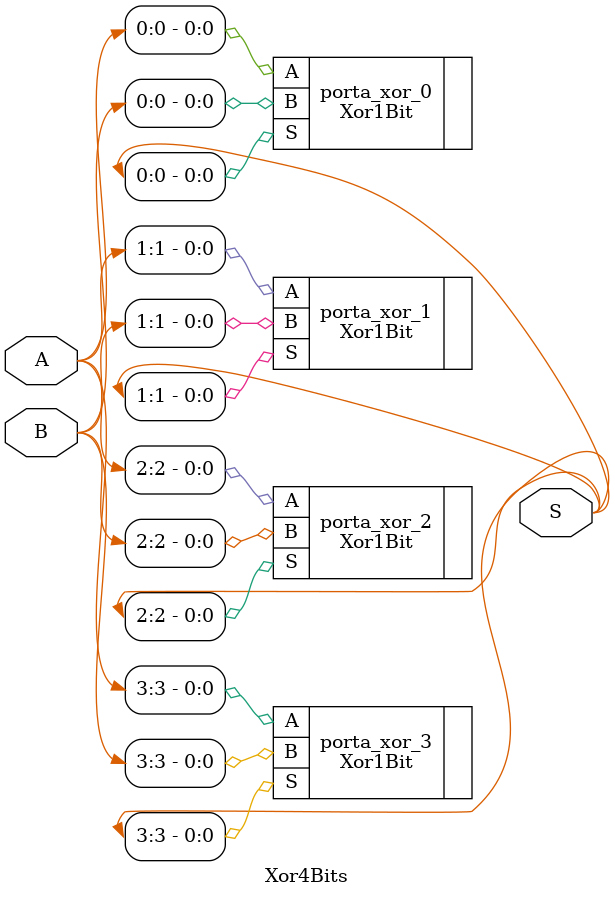
<source format=v>
module Xor4Bits (
    output [3:0] S, // O vetor de 4 bits resultante.
    input [3:0] A,
    input [3:0] B
);

    // A implementação usa 4 instâncias do módulo Xor1Bit, uma para cada par de bits.
    // S[0] = A[0] XOR B[0]
    Xor1Bit porta_xor_0 (
        .S(S[0]),
        .A(A[0]),
        .B(B[0])
    );

    // S[1] = A[1] XOR B[1]
    Xor1Bit porta_xor_1 (
        .S(S[1]),
        .A(A[1]),
        .B(B[1])
    );

    // S[2] = A[2] XOR B[2]
    Xor1Bit porta_xor_2 (
        .S(S[2]),
        .A(A[2]),
        .B(B[2])
    );

    // S[3] = A[3] XOR B[3]
    Xor1Bit porta_xor_3 (
        .S(S[3]),
        .A(A[3]),
        .B(B[3])
    );

endmodule
</source>
